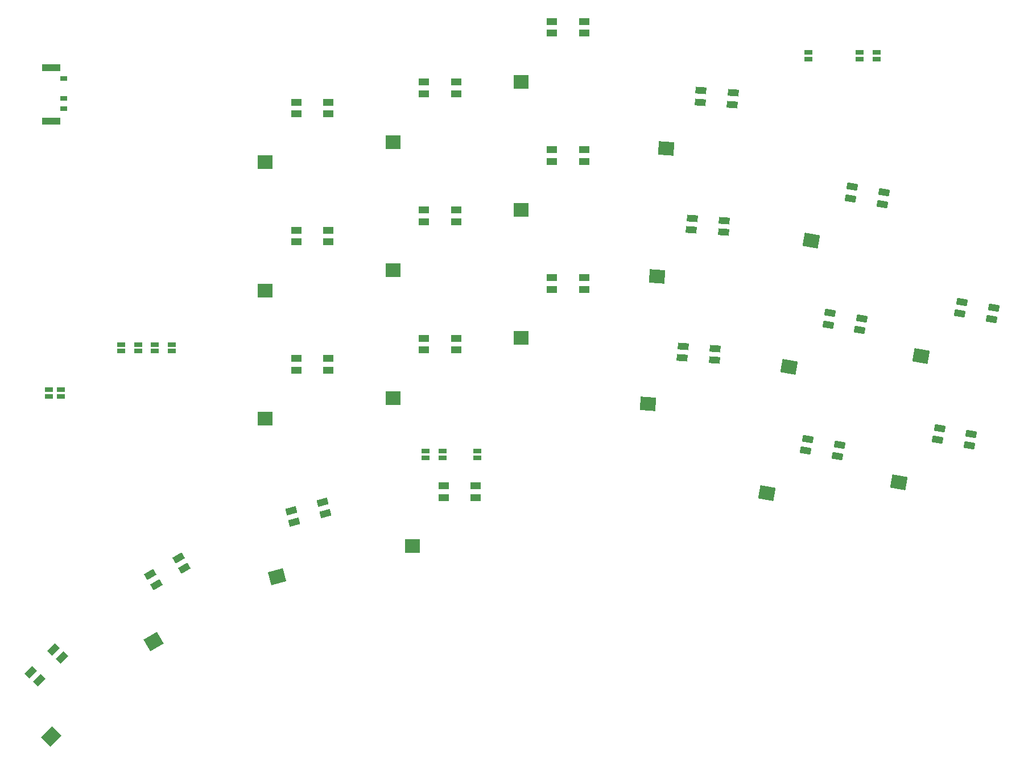
<source format=gtp>
G04 #@! TF.GenerationSoftware,KiCad,Pcbnew,8.0.4-8.0.4-0~ubuntu22.04.1*
G04 #@! TF.CreationDate,2024-08-27T17:26:14+02:00*
G04 #@! TF.ProjectId,klor1_3,6b6c6f72-315f-4332-9e6b-696361645f70,v1.3.0*
G04 #@! TF.SameCoordinates,Original*
G04 #@! TF.FileFunction,Paste,Top*
G04 #@! TF.FilePolarity,Positive*
%FSLAX46Y46*%
G04 Gerber Fmt 4.6, Leading zero omitted, Abs format (unit mm)*
G04 Created by KiCad (PCBNEW 8.0.4-8.0.4-0~ubuntu22.04.1) date 2024-08-27 17:26:14*
%MOMM*%
%LPD*%
G01*
G04 APERTURE LIST*
G04 Aperture macros list*
%AMRotRect*
0 Rectangle, with rotation*
0 The origin of the aperture is its center*
0 $1 length*
0 $2 width*
0 $3 Rotation angle, in degrees counterclockwise*
0 Add horizontal line*
21,1,$1,$2,0,0,$3*%
G04 Aperture macros list end*
%ADD10R,1.143000X0.635000*%
%ADD11RotRect,1.600000X1.000000X225.000000*%
%ADD12RotRect,2.300000X2.000000X45.000000*%
%ADD13R,1.600000X1.000000*%
%ADD14R,2.300000X2.000000*%
%ADD15RotRect,1.600000X1.000000X176.000000*%
%ADD16RotRect,2.300000X2.000000X356.000000*%
%ADD17RotRect,1.600000X1.000000X195.000000*%
%ADD18RotRect,2.300000X2.000000X15.000000*%
%ADD19RotRect,1.600000X1.000000X170.000000*%
%ADD20RotRect,2.300000X2.000000X350.000000*%
%ADD21RotRect,1.600000X1.000000X210.000000*%
%ADD22RotRect,2.300000X2.000000X30.000000*%
%ADD23R,1.000000X0.700000*%
%ADD24R,2.800000X1.000000*%
G04 APERTURE END LIST*
D10*
X81900000Y-107999240D03*
X81900000Y-109000000D03*
D11*
X82561405Y-146688968D03*
X83798841Y-147926405D03*
X80404729Y-151320517D03*
X79167292Y-150083081D03*
D12*
X82246742Y-159667913D03*
D13*
X145411399Y-122322857D03*
X145411399Y-124072857D03*
X140611399Y-124072857D03*
X140611399Y-122322857D03*
D14*
X136011399Y-131277857D03*
D15*
X183721879Y-63834827D03*
X183599805Y-65580564D03*
X178811498Y-65245733D03*
X178933572Y-63499996D03*
D16*
X173720108Y-72112302D03*
D10*
X92621000Y-101301620D03*
X92621000Y-102302380D03*
D17*
X122565405Y-124799998D03*
X123018338Y-126490368D03*
X118381894Y-127732700D03*
X117928961Y-126042330D03*
D18*
X115803426Y-135882763D03*
D13*
X161511399Y-72300260D03*
X161511399Y-74050260D03*
X156711399Y-74050260D03*
X156711399Y-72300260D03*
D14*
X152111399Y-81255260D03*
D10*
X137950000Y-118150380D03*
X137950000Y-117149620D03*
D19*
X222464848Y-95825431D03*
X222160963Y-97548845D03*
X217433886Y-96715334D03*
X217737771Y-94991920D03*
D20*
X211652635Y-103012092D03*
D15*
X181061005Y-101887099D03*
X180938931Y-103632836D03*
X176150624Y-103298005D03*
X176272698Y-101552268D03*
D16*
X171059234Y-110164574D03*
D13*
X123467969Y-84300260D03*
X123467969Y-86050260D03*
X118667969Y-86050260D03*
X118667969Y-84300260D03*
D14*
X114067969Y-93255260D03*
D10*
X140500000Y-118150380D03*
X140500000Y-117149620D03*
D19*
X219152927Y-114608272D03*
X218849042Y-116331686D03*
X214121965Y-115498175D03*
X214425850Y-113774761D03*
D20*
X208340714Y-121794933D03*
D10*
X97660000Y-101301620D03*
X97660000Y-102302380D03*
D13*
X123467969Y-103372857D03*
X123467969Y-105122857D03*
X118667969Y-105122857D03*
X118667969Y-103372857D03*
D14*
X114067969Y-112327857D03*
D10*
X95166000Y-101301620D03*
X95166000Y-102302380D03*
X145600000Y-118150380D03*
X145600000Y-117149620D03*
D13*
X123467969Y-65227664D03*
X123467969Y-66977664D03*
X118667969Y-66977664D03*
X118667969Y-65227664D03*
D14*
X114067969Y-74182664D03*
D10*
X202525000Y-58850380D03*
X202525000Y-57849620D03*
D15*
X182391442Y-82860962D03*
X182269368Y-84606699D03*
X177481061Y-84271868D03*
X177603135Y-82526131D03*
D16*
X172389671Y-91138437D03*
D10*
X194925000Y-58850380D03*
X194925000Y-57849620D03*
D13*
X161511399Y-53227664D03*
X161511399Y-54977664D03*
X156711399Y-54977664D03*
X156711399Y-53227664D03*
D14*
X152111399Y-62182664D03*
D21*
X101138115Y-133110824D03*
X102013115Y-134626369D03*
X97856193Y-137026369D03*
X96981193Y-135510824D03*
D22*
X97474976Y-145566082D03*
D10*
X100205000Y-101301620D03*
X100205000Y-102302380D03*
D19*
X199550689Y-116229002D03*
X199246804Y-117952416D03*
X194519727Y-117118905D03*
X194823612Y-115395491D03*
D20*
X188738476Y-123415663D03*
D13*
X142461399Y-100372857D03*
X142461399Y-102122857D03*
X137661399Y-102122857D03*
X137661399Y-100372857D03*
D14*
X133061399Y-109327857D03*
D13*
X142461399Y-81300260D03*
X142461399Y-83050260D03*
X137661399Y-83050260D03*
X137661399Y-81300260D03*
D14*
X133061399Y-90255260D03*
D19*
X206174533Y-78663321D03*
X205870648Y-80386735D03*
X201143571Y-79553224D03*
X201447456Y-77829810D03*
D20*
X195362320Y-85849982D03*
D23*
X84101228Y-61676228D03*
X84101228Y-64676228D03*
X84101228Y-66176228D03*
D24*
X82201228Y-60076228D03*
X82201228Y-68026228D03*
D10*
X83675000Y-107999240D03*
X83675000Y-109000000D03*
X205100000Y-58850380D03*
X205100000Y-57849620D03*
D13*
X161511399Y-91372857D03*
X161511399Y-93122857D03*
X156711399Y-93122857D03*
X156711399Y-91372857D03*
D14*
X152111399Y-100327857D03*
D19*
X202862611Y-97446160D03*
X202558726Y-99169574D03*
X197831649Y-98336063D03*
X198135534Y-96612649D03*
D20*
X192050398Y-104632821D03*
D13*
X142461399Y-62227664D03*
X142461399Y-63977664D03*
X137661399Y-63977664D03*
X137661399Y-62227664D03*
D14*
X133061399Y-71182664D03*
M02*

</source>
